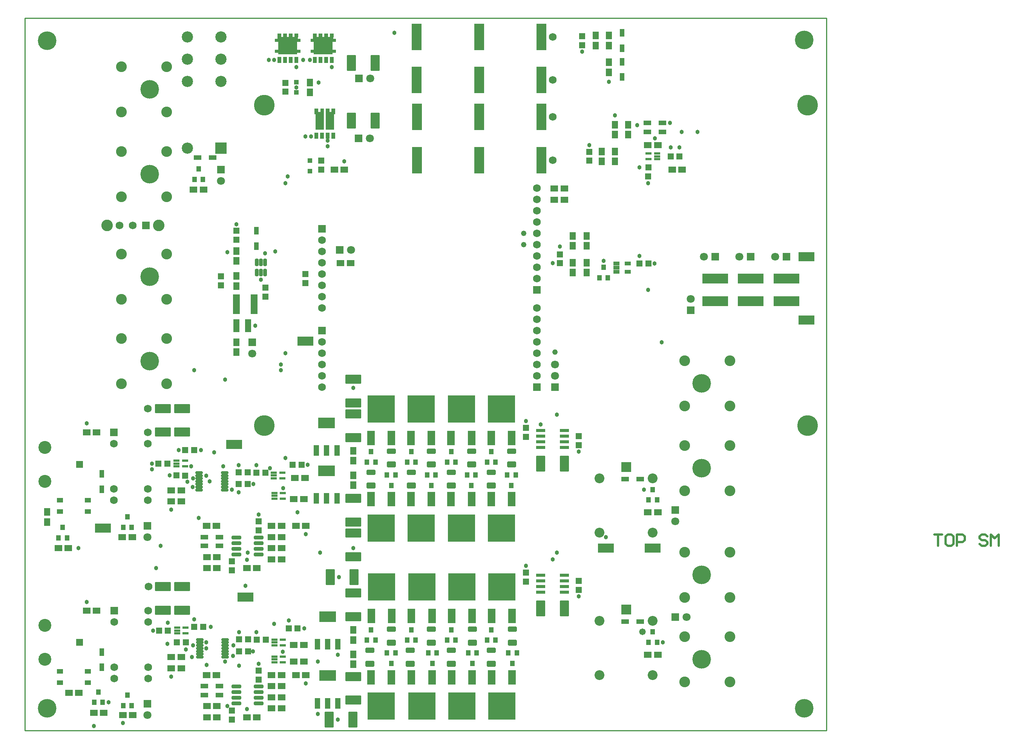
<source format=gts>
G04*
G04 #@! TF.GenerationSoftware,Altium Limited,CircuitStudio,1.5.1 (13)*
G04*
G04 Layer_Color=20142*
%FSLAX23Y23*%
%MOIN*%
G70*
G01*
G75*
%ADD47C,0.020*%
%ADD48C,0.010*%
G04:AMPARAMS|DCode=80|XSize=83mil|YSize=141mil|CornerRadius=7mil|HoleSize=0mil|Usage=FLASHONLY|Rotation=90.000|XOffset=0mil|YOffset=0mil|HoleType=Round|Shape=RoundedRectangle|*
%AMROUNDEDRECTD80*
21,1,0.083,0.127,0,0,90.0*
21,1,0.070,0.141,0,0,90.0*
1,1,0.013,0.064,0.035*
1,1,0.013,0.064,-0.035*
1,1,0.013,-0.064,-0.035*
1,1,0.013,-0.064,0.035*
%
%ADD80ROUNDEDRECTD80*%
G04:AMPARAMS|DCode=81|XSize=83mil|YSize=141mil|CornerRadius=7mil|HoleSize=0mil|Usage=FLASHONLY|Rotation=180.000|XOffset=0mil|YOffset=0mil|HoleType=Round|Shape=RoundedRectangle|*
%AMROUNDEDRECTD81*
21,1,0.083,0.127,0,0,180.0*
21,1,0.070,0.141,0,0,180.0*
1,1,0.013,-0.035,0.064*
1,1,0.013,0.035,0.064*
1,1,0.013,0.035,-0.064*
1,1,0.013,-0.035,-0.064*
%
%ADD81ROUNDEDRECTD81*%
%ADD82R,0.068X0.058*%
%ADD83R,0.058X0.068*%
%ADD84R,0.055X0.024*%
G04:AMPARAMS|DCode=85|XSize=86mil|YSize=32mil|CornerRadius=7mil|HoleSize=0mil|Usage=FLASHONLY|Rotation=0.000|XOffset=0mil|YOffset=0mil|HoleType=Round|Shape=RoundedRectangle|*
%AMROUNDEDRECTD85*
21,1,0.086,0.018,0,0,0.0*
21,1,0.072,0.032,0,0,0.0*
1,1,0.014,0.036,-0.009*
1,1,0.014,-0.036,-0.009*
1,1,0.014,-0.036,0.009*
1,1,0.014,0.036,0.009*
%
%ADD85ROUNDEDRECTD85*%
%ADD86R,0.071X0.039*%
%ADD87R,0.058X0.055*%
%ADD88R,0.055X0.058*%
%ADD89R,0.043X0.045*%
%ADD90R,0.043X0.045*%
%ADD91R,0.039X0.071*%
%ADD92R,0.071X0.126*%
%ADD93R,0.244X0.244*%
G04:AMPARAMS|DCode=94|XSize=51mil|YSize=78mil|CornerRadius=7mil|HoleSize=0mil|Usage=FLASHONLY|Rotation=90.000|XOffset=0mil|YOffset=0mil|HoleType=Round|Shape=RoundedRectangle|*
%AMROUNDEDRECTD94*
21,1,0.051,0.064,0,0,90.0*
21,1,0.037,0.078,0,0,90.0*
1,1,0.014,0.032,0.018*
1,1,0.014,0.032,-0.018*
1,1,0.014,-0.032,-0.018*
1,1,0.014,-0.032,0.018*
%
%ADD94ROUNDEDRECTD94*%
G04:AMPARAMS|DCode=95|XSize=45mil|YSize=78mil|CornerRadius=7mil|HoleSize=0mil|Usage=FLASHONLY|Rotation=90.000|XOffset=0mil|YOffset=0mil|HoleType=Round|Shape=RoundedRectangle|*
%AMROUNDEDRECTD95*
21,1,0.045,0.065,0,0,90.0*
21,1,0.032,0.078,0,0,90.0*
1,1,0.013,0.032,0.016*
1,1,0.013,0.032,-0.016*
1,1,0.013,-0.032,-0.016*
1,1,0.013,-0.032,0.016*
%
%ADD95ROUNDEDRECTD95*%
%ADD96R,0.225X0.085*%
%ADD97R,0.043X0.039*%
%ADD98R,0.032X0.058*%
G04:AMPARAMS|DCode=99|XSize=65mil|YSize=31mil|CornerRadius=7mil|HoleSize=0mil|Usage=FLASHONLY|Rotation=270.000|XOffset=0mil|YOffset=0mil|HoleType=Round|Shape=RoundedRectangle|*
%AMROUNDEDRECTD99*
21,1,0.065,0.017,0,0,270.0*
21,1,0.051,0.031,0,0,270.0*
1,1,0.014,-0.009,-0.026*
1,1,0.014,-0.009,0.026*
1,1,0.014,0.009,0.026*
1,1,0.014,0.009,-0.026*
%
%ADD99ROUNDEDRECTD99*%
%ADD100R,0.087X0.232*%
%ADD101R,0.055X0.032*%
%ADD102R,0.032X0.058*%
%ADD103R,0.032X0.036*%
%ADD104R,0.169X0.158*%
%ADD105R,0.038X0.031*%
%ADD106R,0.014X0.020*%
%ADD107R,0.144X0.081*%
%ADD108R,0.063X0.173*%
%ADD109R,0.058X0.115*%
%ADD110R,0.083X0.030*%
%ADD111R,0.055X0.040*%
G04:AMPARAMS|DCode=112|XSize=66mil|YSize=24mil|CornerRadius=6mil|HoleSize=0mil|Usage=FLASHONLY|Rotation=0.000|XOffset=0mil|YOffset=0mil|HoleType=Round|Shape=RoundedRectangle|*
%AMROUNDEDRECTD112*
21,1,0.066,0.012,0,0,0.0*
21,1,0.054,0.024,0,0,0.0*
1,1,0.012,0.027,-0.006*
1,1,0.012,-0.027,-0.006*
1,1,0.012,-0.027,0.006*
1,1,0.012,0.027,0.006*
%
%ADD112ROUNDEDRECTD112*%
%ADD113R,0.146X0.093*%
%ADD114R,0.051X0.093*%
%ADD115R,0.051X0.093*%
%ADD116C,0.087*%
%ADD117R,0.087X0.087*%
%ADD118C,0.048*%
%ADD119C,0.071*%
%ADD120R,0.071X0.071*%
%ADD121C,0.095*%
%ADD122C,0.165*%
%ADD123R,0.071X0.071*%
%ADD124C,0.068*%
%ADD125R,0.068X0.068*%
%ADD126C,0.102*%
%ADD127C,0.068*%
%ADD128R,0.068X0.068*%
%ADD129C,0.114*%
%ADD130R,0.064X0.064*%
%ADD131C,0.183*%
%ADD132C,0.099*%
%ADD133R,0.099X0.099*%
%ADD134C,0.038*%
%ADD135C,0.058*%
G36*
X4415Y7441D02*
X4416D01*
Y7283D01*
X4343D01*
Y7421D01*
X4333D01*
Y7469D01*
X4365D01*
Y7441D01*
X4384D01*
Y7469D01*
X4415D01*
Y7441D01*
D02*
G37*
G36*
X4515Y7421D02*
X4505D01*
Y7283D01*
X4432D01*
Y7441D01*
X4433D01*
Y7469D01*
X4464D01*
Y7441D01*
X4483D01*
Y7469D01*
X4515D01*
Y7421D01*
D02*
G37*
D47*
X9813Y3702D02*
X9880D01*
X9846D01*
Y3602D01*
X9963Y3702D02*
X9930D01*
X9913Y3685D01*
Y3619D01*
X9930Y3602D01*
X9963D01*
X9980Y3619D01*
Y3685D01*
X9963Y3702D01*
X10013Y3602D02*
Y3702D01*
X10063D01*
X10080Y3685D01*
Y3652D01*
X10063Y3635D01*
X10013D01*
X10280Y3685D02*
X10263Y3702D01*
X10230D01*
X10213Y3685D01*
Y3669D01*
X10230Y3652D01*
X10263D01*
X10280Y3635D01*
Y3619D01*
X10263Y3602D01*
X10230D01*
X10213Y3619D01*
X10313Y3602D02*
Y3702D01*
X10346Y3669D01*
X10380Y3702D01*
Y3602D01*
D48*
X1772Y1969D02*
X8858D01*
X1772D02*
Y8268D01*
X8858Y1969D02*
Y8268D01*
X1772D02*
X8858D01*
D80*
X4675Y5075D02*
D03*
Y4866D02*
D03*
Y3185D02*
D03*
Y2976D02*
D03*
Y3507D02*
D03*
Y3717D02*
D03*
Y4022D02*
D03*
Y3813D02*
D03*
Y2238D02*
D03*
Y2447D02*
D03*
Y4561D02*
D03*
Y4770D02*
D03*
X3160Y3033D02*
D03*
Y3243D02*
D03*
X2992D02*
D03*
Y3033D02*
D03*
Y4608D02*
D03*
Y4817D02*
D03*
X3160D02*
D03*
Y4608D02*
D03*
D81*
X4681Y3327D02*
D03*
X4472D02*
D03*
X4672Y2067D02*
D03*
X4462D02*
D03*
X6542Y4331D02*
D03*
X6332D02*
D03*
Y3051D02*
D03*
X6542D02*
D03*
X4659Y7362D02*
D03*
X4869D02*
D03*
Y7874D02*
D03*
X4659D02*
D03*
D82*
X4237Y4016D02*
D03*
X4149D02*
D03*
X4247Y4203D02*
D03*
X4159D02*
D03*
X4256Y2461D02*
D03*
X4169D02*
D03*
X4237Y2579D02*
D03*
X4149D02*
D03*
X4237Y2726D02*
D03*
X4149D02*
D03*
X4040Y2461D02*
D03*
X3952D02*
D03*
X3377D02*
D03*
X3465D02*
D03*
X3381Y2087D02*
D03*
X3469D02*
D03*
X3736D02*
D03*
X3823D02*
D03*
X4040Y2264D02*
D03*
X3952D02*
D03*
X3469Y2185D02*
D03*
X3381D02*
D03*
X4040Y2362D02*
D03*
X3952D02*
D03*
X4040Y2165D02*
D03*
X3952D02*
D03*
X4256Y3780D02*
D03*
X4169D02*
D03*
X4040D02*
D03*
X3952D02*
D03*
X3154Y2520D02*
D03*
X3066D02*
D03*
X4040Y3681D02*
D03*
X3952D02*
D03*
X4040Y3484D02*
D03*
X3952D02*
D03*
X4040Y3583D02*
D03*
X3952D02*
D03*
X3736Y3406D02*
D03*
X3823D02*
D03*
X3377Y3780D02*
D03*
X3465D02*
D03*
X3381Y3406D02*
D03*
X3469D02*
D03*
Y3504D02*
D03*
X3381D02*
D03*
X2638Y2106D02*
D03*
X2725D02*
D03*
X7367Y2638D02*
D03*
X7279D02*
D03*
Y3898D02*
D03*
X7367D02*
D03*
X7583Y6929D02*
D03*
X7496D02*
D03*
X7367Y7146D02*
D03*
X7279D02*
D03*
X4595Y6929D02*
D03*
X4508D02*
D03*
X4563Y6102D02*
D03*
X4650D02*
D03*
X3154Y2618D02*
D03*
X3066D02*
D03*
Y4094D02*
D03*
X3154D02*
D03*
X2318Y4606D02*
D03*
X2406D02*
D03*
X6540Y6663D02*
D03*
X6452D02*
D03*
Y6762D02*
D03*
X6540D02*
D03*
X3351Y6752D02*
D03*
X3263D02*
D03*
X2721Y3681D02*
D03*
X2633D02*
D03*
X2067Y3583D02*
D03*
X2154D02*
D03*
X2382Y2126D02*
D03*
X2469D02*
D03*
X2161Y2303D02*
D03*
X2249D02*
D03*
X3066Y3996D02*
D03*
X3154D02*
D03*
X2406Y3031D02*
D03*
X2318D02*
D03*
D83*
X4675Y2859D02*
D03*
Y2771D02*
D03*
Y4227D02*
D03*
Y4139D02*
D03*
Y4356D02*
D03*
Y4443D02*
D03*
X6737Y6019D02*
D03*
Y6107D02*
D03*
X6614Y6019D02*
D03*
Y6107D02*
D03*
X6737Y6255D02*
D03*
Y6343D02*
D03*
X6614D02*
D03*
Y6255D02*
D03*
X7106Y7327D02*
D03*
Y7240D02*
D03*
X6988D02*
D03*
Y7327D02*
D03*
Y7091D02*
D03*
Y7003D02*
D03*
X6870D02*
D03*
Y7091D02*
D03*
X6935Y7791D02*
D03*
Y7878D02*
D03*
Y8115D02*
D03*
Y8027D02*
D03*
X6817D02*
D03*
Y8115D02*
D03*
X3640Y6122D02*
D03*
Y6210D02*
D03*
Y5989D02*
D03*
Y5901D02*
D03*
X3642Y5316D02*
D03*
Y5404D02*
D03*
X4675Y2555D02*
D03*
Y2642D02*
D03*
X4291Y7614D02*
D03*
Y7701D02*
D03*
X1969Y3902D02*
D03*
Y3814D02*
D03*
D84*
X4053Y4071D02*
D03*
Y4020D02*
D03*
X3978D02*
D03*
Y4045D02*
D03*
Y4071D02*
D03*
X4053Y2624D02*
D03*
Y2573D02*
D03*
X3978D02*
D03*
Y2598D02*
D03*
Y2624D02*
D03*
X7360Y7022D02*
D03*
Y7047D02*
D03*
Y7073D02*
D03*
X7285D02*
D03*
Y7022D02*
D03*
X4052Y2774D02*
D03*
Y2723D02*
D03*
X3978D02*
D03*
Y2748D02*
D03*
Y2774D02*
D03*
X3117Y2880D02*
D03*
Y2854D02*
D03*
Y2829D02*
D03*
X3191D02*
D03*
Y2880D02*
D03*
X3973Y4250D02*
D03*
Y4225D02*
D03*
Y4199D02*
D03*
X4048D02*
D03*
Y4250D02*
D03*
X3187Y4356D02*
D03*
Y4305D02*
D03*
X3112D02*
D03*
Y4331D02*
D03*
Y4356D02*
D03*
D85*
X3837Y2358D02*
D03*
Y2308D02*
D03*
Y2258D02*
D03*
Y2208D02*
D03*
X3643D02*
D03*
Y2258D02*
D03*
Y2308D02*
D03*
Y2358D02*
D03*
X3837Y3677D02*
D03*
Y3627D02*
D03*
Y3577D02*
D03*
Y3527D02*
D03*
X3643D02*
D03*
Y3577D02*
D03*
Y3627D02*
D03*
Y3677D02*
D03*
D86*
X3492Y2362D02*
D03*
X3358D02*
D03*
X3492Y2283D02*
D03*
X3358D02*
D03*
X3492Y3602D02*
D03*
X3358D02*
D03*
X3492Y3681D02*
D03*
X3358D02*
D03*
X7409Y7264D02*
D03*
X7276D02*
D03*
Y7343D02*
D03*
X7409D02*
D03*
X7213Y2933D02*
D03*
X7079D02*
D03*
X7213Y4193D02*
D03*
X7079D02*
D03*
X3433Y7037D02*
D03*
X3299D02*
D03*
D87*
X3602Y2067D02*
D03*
X3602Y2146D02*
D03*
X3839Y2500D02*
D03*
X3838Y2421D02*
D03*
X3839Y3819D02*
D03*
X3838Y3740D02*
D03*
X3602Y3386D02*
D03*
X3602Y3465D02*
D03*
X6668Y4572D02*
D03*
X6668Y4493D02*
D03*
X6501Y6181D02*
D03*
X6501Y6102D02*
D03*
X6762Y7087D02*
D03*
X6762Y7008D02*
D03*
X6698Y8111D02*
D03*
X6697Y8031D02*
D03*
X4390Y7008D02*
D03*
X4390Y6929D02*
D03*
X4075Y7618D02*
D03*
X4075Y7697D02*
D03*
X4252Y5926D02*
D03*
X4252Y6006D02*
D03*
X3504Y5985D02*
D03*
X3504Y5905D02*
D03*
X3898Y5886D02*
D03*
X3898Y5807D02*
D03*
X3642Y6388D02*
D03*
X3642Y6308D02*
D03*
X6201Y4646D02*
D03*
X6201Y4567D02*
D03*
X6201Y3287D02*
D03*
X6201Y3366D02*
D03*
X6668Y3213D02*
D03*
X6668Y3293D02*
D03*
X7283Y6870D02*
D03*
X7284Y6949D02*
D03*
D88*
X3267Y2885D02*
D03*
X3347Y2885D02*
D03*
X4217Y4321D02*
D03*
X4138Y4321D02*
D03*
X7204Y6100D02*
D03*
X7284Y6100D02*
D03*
X7480Y7047D02*
D03*
X7559Y7047D02*
D03*
X4104Y2874D02*
D03*
X4183Y2874D02*
D03*
X3902Y2774D02*
D03*
X3823Y2774D02*
D03*
X3745Y2775D02*
D03*
X3666Y2776D02*
D03*
X3745Y2671D02*
D03*
X3666Y2671D02*
D03*
X3194Y2748D02*
D03*
X3114Y2748D02*
D03*
X3036Y2854D02*
D03*
X2957Y2854D02*
D03*
X3819Y4250D02*
D03*
X3898Y4250D02*
D03*
X3661Y4252D02*
D03*
X3740Y4252D02*
D03*
X3268Y4449D02*
D03*
X3189Y4449D02*
D03*
X2952Y4331D02*
D03*
X3032Y4331D02*
D03*
X3110Y4225D02*
D03*
X3189Y4224D02*
D03*
X3661Y4148D02*
D03*
X3740Y4148D02*
D03*
D89*
X2677Y2283D02*
D03*
X2640Y2191D02*
D03*
X4833Y4436D02*
D03*
X4795Y4344D02*
D03*
X5010Y4137D02*
D03*
X5047Y4229D02*
D03*
X5187Y4436D02*
D03*
X5150Y4344D02*
D03*
X5364Y4137D02*
D03*
X5402Y4229D02*
D03*
X5541Y4436D02*
D03*
X5504Y4344D02*
D03*
X5719Y4137D02*
D03*
X5756Y4229D02*
D03*
X5896Y4436D02*
D03*
X5858Y4344D02*
D03*
X6073Y4137D02*
D03*
X6110Y4229D02*
D03*
X4833Y2861D02*
D03*
X4795Y2769D02*
D03*
X5010Y2562D02*
D03*
X5047Y2655D02*
D03*
X5728Y2562D02*
D03*
X5766Y2655D02*
D03*
X5541Y2861D02*
D03*
X5504Y2769D02*
D03*
X5896Y2861D02*
D03*
X5858Y2769D02*
D03*
X5374Y2562D02*
D03*
X5411Y2655D02*
D03*
X5187Y2861D02*
D03*
X5150Y2769D02*
D03*
X6083Y2562D02*
D03*
X6120Y2655D02*
D03*
X7323Y2842D02*
D03*
X7285Y2749D02*
D03*
X7323Y4101D02*
D03*
X7285Y4009D02*
D03*
X6851Y5973D02*
D03*
X6888Y6065D02*
D03*
X3307Y6936D02*
D03*
X3270Y6844D02*
D03*
X2677Y3858D02*
D03*
X2640Y3766D02*
D03*
X2106Y3767D02*
D03*
X2069Y3674D02*
D03*
X2421Y2310D02*
D03*
X2384Y2218D02*
D03*
D90*
X2715Y2191D02*
D03*
X4870Y4344D02*
D03*
X4972Y4229D02*
D03*
X5224Y4344D02*
D03*
X5327Y4229D02*
D03*
X5579Y4344D02*
D03*
X5681Y4229D02*
D03*
X5933Y4344D02*
D03*
X6035Y4229D02*
D03*
X4870Y2769D02*
D03*
X4972Y2655D02*
D03*
X5691D02*
D03*
X5579Y2769D02*
D03*
X5933D02*
D03*
X5337Y2655D02*
D03*
X5224Y2769D02*
D03*
X6045Y2655D02*
D03*
X7360Y2749D02*
D03*
Y4009D02*
D03*
X6926Y5973D02*
D03*
X3344Y6844D02*
D03*
X2715Y3766D02*
D03*
X2144Y3674D02*
D03*
X2459Y2218D02*
D03*
D91*
X7052Y7882D02*
D03*
Y7748D02*
D03*
X7053Y8004D02*
D03*
Y8138D02*
D03*
X3819Y6388D02*
D03*
Y6254D02*
D03*
X2451Y4238D02*
D03*
Y4104D02*
D03*
Y2663D02*
D03*
Y2530D02*
D03*
D92*
X6075Y4557D02*
D03*
X5894D02*
D03*
X5720D02*
D03*
X5539D02*
D03*
X5366D02*
D03*
X5185D02*
D03*
X5012D02*
D03*
X4831D02*
D03*
X5894Y4016D02*
D03*
X6075D02*
D03*
X5539D02*
D03*
X5720D02*
D03*
X5185D02*
D03*
X5366D02*
D03*
X5016Y2982D02*
D03*
X4835D02*
D03*
X5371D02*
D03*
X5189D02*
D03*
X5725D02*
D03*
X5544D02*
D03*
X6079D02*
D03*
X5898D02*
D03*
X4831Y4016D02*
D03*
X5012D02*
D03*
X5898Y2441D02*
D03*
X6079D02*
D03*
X5544D02*
D03*
X5725D02*
D03*
X5189D02*
D03*
X5371D02*
D03*
X4831D02*
D03*
X5012D02*
D03*
D93*
X5984Y4813D02*
D03*
X5630D02*
D03*
X5276D02*
D03*
X4921D02*
D03*
X5984Y3760D02*
D03*
X5630D02*
D03*
X5276D02*
D03*
X4926Y3238D02*
D03*
X5280D02*
D03*
X5634D02*
D03*
X5989D02*
D03*
X4921Y3760D02*
D03*
X5989Y2185D02*
D03*
X5634D02*
D03*
X5280D02*
D03*
X4921D02*
D03*
D94*
X5010Y4322D02*
D03*
X5187Y4135D02*
D03*
X5364Y4322D02*
D03*
X5720D02*
D03*
X5541Y4135D02*
D03*
X5896D02*
D03*
X6075Y4322D02*
D03*
X5541Y2560D02*
D03*
X5728Y2747D02*
D03*
X5010D02*
D03*
X4823Y2560D02*
D03*
X5364Y2747D02*
D03*
X5177Y2560D02*
D03*
X6083Y2747D02*
D03*
X4833Y4135D02*
D03*
X5896Y2560D02*
D03*
D95*
X5010Y4441D02*
D03*
X5187Y4254D02*
D03*
X5364Y4441D02*
D03*
X5720D02*
D03*
X5541Y4254D02*
D03*
X5896D02*
D03*
X6075Y4441D02*
D03*
X5541Y2679D02*
D03*
X5728Y2866D02*
D03*
X5010D02*
D03*
X4823Y2679D02*
D03*
X5364Y2866D02*
D03*
X5177Y2679D02*
D03*
X6083Y2866D02*
D03*
X4833Y4254D02*
D03*
X5896Y2679D02*
D03*
D96*
X8504Y5767D02*
D03*
Y5966D02*
D03*
X8189Y5767D02*
D03*
Y5966D02*
D03*
X7874Y5767D02*
D03*
Y5966D02*
D03*
D97*
X4291Y6917D02*
D03*
Y7008D02*
D03*
X4173Y7703D02*
D03*
Y7612D02*
D03*
D98*
X4499Y7230D02*
D03*
X4449D02*
D03*
X4399D02*
D03*
X4349D02*
D03*
D99*
X3896Y6018D02*
D03*
X3858D02*
D03*
X3821D02*
D03*
Y6108D02*
D03*
X3858D02*
D03*
X3896D02*
D03*
D100*
X6339Y7396D02*
D03*
Y7014D02*
D03*
X5787Y7014D02*
D03*
Y7396D02*
D03*
X5239D02*
D03*
Y7014D02*
D03*
X6339Y7722D02*
D03*
Y8104D02*
D03*
X5787Y8104D02*
D03*
Y7722D02*
D03*
X5236D02*
D03*
Y8104D02*
D03*
D101*
X7101Y6100D02*
D03*
Y6026D02*
D03*
X7002D02*
D03*
Y6063D02*
D03*
Y6100D02*
D03*
D102*
X4020Y7900D02*
D03*
X4070D02*
D03*
X4120D02*
D03*
X4170D02*
D03*
X4484D02*
D03*
X4434D02*
D03*
X4384D02*
D03*
X4334D02*
D03*
D103*
X4170Y8116D02*
D03*
X4120D02*
D03*
X4070D02*
D03*
X4020D02*
D03*
X4334D02*
D03*
X4384D02*
D03*
X4434D02*
D03*
X4484D02*
D03*
D104*
X4095Y8027D02*
D03*
X4409D02*
D03*
D105*
X4190Y8072D02*
D03*
X3999D02*
D03*
X3999Y7977D02*
D03*
X4190Y7977D02*
D03*
X4505D02*
D03*
X4314Y7977D02*
D03*
X4314Y8072D02*
D03*
X4505D02*
D03*
D106*
X4011Y8096D02*
D03*
X4178D02*
D03*
X4493D02*
D03*
X4326D02*
D03*
D107*
X6909Y3583D02*
D03*
X7323D02*
D03*
X3720Y3150D02*
D03*
X3622Y4498D02*
D03*
X8681Y6161D02*
D03*
X2461Y3760D02*
D03*
X8681Y5600D02*
D03*
X4252Y5413D02*
D03*
D108*
X3799Y5738D02*
D03*
X3642D02*
D03*
D109*
X3746Y5551D02*
D03*
X3642D02*
D03*
D110*
X6331Y4622D02*
D03*
Y4522D02*
D03*
Y4472D02*
D03*
Y4572D02*
D03*
X6543Y4622D02*
D03*
Y4572D02*
D03*
Y4472D02*
D03*
Y4522D02*
D03*
X6331Y3343D02*
D03*
Y3243D02*
D03*
Y3193D02*
D03*
Y3293D02*
D03*
X6543Y3343D02*
D03*
Y3293D02*
D03*
Y3193D02*
D03*
Y3243D02*
D03*
D111*
X2329Y2492D02*
D03*
Y2392D02*
D03*
X2081D02*
D03*
Y2492D02*
D03*
Y4007D02*
D03*
Y3907D02*
D03*
X2329D02*
D03*
Y4007D02*
D03*
D112*
X3543Y2774D02*
D03*
Y2748D02*
D03*
Y2722D02*
D03*
Y2697D02*
D03*
Y2671D02*
D03*
Y2646D02*
D03*
Y2620D02*
D03*
X3317D02*
D03*
Y2646D02*
D03*
Y2671D02*
D03*
Y2697D02*
D03*
Y2722D02*
D03*
Y2748D02*
D03*
Y2774D02*
D03*
X3538Y4250D02*
D03*
Y4224D02*
D03*
Y4199D02*
D03*
Y4173D02*
D03*
Y4148D02*
D03*
Y4122D02*
D03*
Y4096D02*
D03*
X3312D02*
D03*
Y4122D02*
D03*
Y4148D02*
D03*
Y4173D02*
D03*
Y4199D02*
D03*
Y4224D02*
D03*
Y4250D02*
D03*
D113*
X4439Y4689D02*
D03*
X4449Y2976D02*
D03*
Y2455D02*
D03*
X4439Y4266D02*
D03*
D114*
X4530Y4445D02*
D03*
X4348D02*
D03*
X4539Y2732D02*
D03*
X4358D02*
D03*
X4539Y2211D02*
D03*
X4358D02*
D03*
X4530Y4022D02*
D03*
X4348D02*
D03*
D115*
X4439Y4445D02*
D03*
X4449Y2732D02*
D03*
Y2211D02*
D03*
X4439Y4022D02*
D03*
D116*
X7323Y2941D02*
D03*
Y2461D02*
D03*
X6850D02*
D03*
Y2941D02*
D03*
Y4201D02*
D03*
Y3720D02*
D03*
X7323D02*
D03*
Y4201D02*
D03*
D117*
X7087Y3041D02*
D03*
Y4301D02*
D03*
D118*
X6181Y6366D02*
D03*
Y6266D02*
D03*
X6457Y5315D02*
D03*
D119*
X7620Y2972D02*
D03*
X7520Y3819D02*
D03*
X4823Y7205D02*
D03*
X4656Y6220D02*
D03*
X3780Y5304D02*
D03*
X2854Y3681D02*
D03*
X4824Y7736D02*
D03*
X3504Y6831D02*
D03*
X2854Y2106D02*
D03*
X6457Y5206D02*
D03*
Y5106D02*
D03*
X8404Y6161D02*
D03*
X8089D02*
D03*
X7776D02*
D03*
X7657Y5787D02*
D03*
D120*
X7520Y2972D02*
D03*
X4723Y7205D02*
D03*
X4556Y6220D02*
D03*
X4724Y7736D02*
D03*
X8504Y6161D02*
D03*
X8189D02*
D03*
X7876D02*
D03*
D121*
X8006Y2398D02*
D03*
Y2798D02*
D03*
X7606Y2398D02*
D03*
Y2798D02*
D03*
X2624Y5436D02*
D03*
Y5036D02*
D03*
X3024Y5436D02*
D03*
Y5036D02*
D03*
X3024Y5784D02*
D03*
Y6184D02*
D03*
X2624Y5784D02*
D03*
Y6184D02*
D03*
X2624Y7090D02*
D03*
Y6690D02*
D03*
X3024Y7090D02*
D03*
Y6690D02*
D03*
Y7438D02*
D03*
Y7838D02*
D03*
X2624Y7438D02*
D03*
Y7838D02*
D03*
X7606Y3546D02*
D03*
Y3146D02*
D03*
X8006Y3546D02*
D03*
Y3146D02*
D03*
X7606Y5239D02*
D03*
Y4839D02*
D03*
X8006Y5239D02*
D03*
Y4839D02*
D03*
X8006Y4091D02*
D03*
Y4491D02*
D03*
X7606Y4091D02*
D03*
Y4491D02*
D03*
D122*
X7756Y2598D02*
D03*
X2874Y5236D02*
D03*
X2874Y5984D02*
D03*
X2874Y6890D02*
D03*
Y7638D02*
D03*
X7756Y3346D02*
D03*
X1969Y2165D02*
D03*
X8661D02*
D03*
Y8075D02*
D03*
X1969Y8071D02*
D03*
X7756Y5039D02*
D03*
X7756Y4291D02*
D03*
D123*
X7520Y3919D02*
D03*
X3780Y5404D02*
D03*
X2854Y3781D02*
D03*
X3504Y6931D02*
D03*
X2854Y2206D02*
D03*
X6457Y5006D02*
D03*
X7657Y5687D02*
D03*
D124*
X2863Y3031D02*
D03*
Y2931D02*
D03*
Y2531D02*
D03*
Y2431D02*
D03*
X2563D02*
D03*
Y2531D02*
D03*
Y2931D02*
D03*
X2559Y4506D02*
D03*
Y4106D02*
D03*
Y4006D02*
D03*
X2859D02*
D03*
Y4106D02*
D03*
Y4506D02*
D03*
Y4606D02*
D03*
X4399Y5406D02*
D03*
Y5306D02*
D03*
Y5206D02*
D03*
Y5106D02*
D03*
Y5006D02*
D03*
Y6306D02*
D03*
Y6206D02*
D03*
Y6106D02*
D03*
Y6006D02*
D03*
Y5906D02*
D03*
Y5806D02*
D03*
Y5706D02*
D03*
X6299Y5106D02*
D03*
Y5206D02*
D03*
Y5306D02*
D03*
Y5406D02*
D03*
Y5506D02*
D03*
Y5606D02*
D03*
Y5706D02*
D03*
Y5966D02*
D03*
Y6066D02*
D03*
Y6166D02*
D03*
Y6266D02*
D03*
Y6366D02*
D03*
Y6466D02*
D03*
Y6566D02*
D03*
Y6666D02*
D03*
Y6766D02*
D03*
X6075Y4557D02*
D03*
X5720D02*
D03*
X5366D02*
D03*
X5012D02*
D03*
X6079Y2982D02*
D03*
X5725D02*
D03*
X5371D02*
D03*
X5016D02*
D03*
X5898Y2441D02*
D03*
X5544D02*
D03*
X5189D02*
D03*
X4831D02*
D03*
X5894Y4016D02*
D03*
X5539D02*
D03*
X5185D02*
D03*
X6339Y7014D02*
D03*
X5787Y7014D02*
D03*
X5239Y7008D02*
D03*
X4869Y7362D02*
D03*
X5787Y8104D02*
D03*
X5236Y8104D02*
D03*
X4870Y7874D02*
D03*
X2864Y3243D02*
D03*
X2859Y4817D02*
D03*
X6437Y7014D02*
D03*
X6437Y8104D02*
D03*
Y7722D02*
D03*
X6437Y7396D02*
D03*
X6542Y4331D02*
D03*
Y3051D02*
D03*
X6332Y4331D02*
D03*
Y3051D02*
D03*
X8681Y6161D02*
D03*
X8504Y5767D02*
D03*
X4831Y4016D02*
D03*
D125*
X2563Y3031D02*
D03*
X2559Y4606D02*
D03*
X4399Y5506D02*
D03*
Y6406D02*
D03*
X6299Y5006D02*
D03*
Y5866D02*
D03*
D126*
X2497Y6437D02*
D03*
X2954D02*
D03*
D127*
X2607D02*
D03*
X2725D02*
D03*
D128*
X2843D02*
D03*
D129*
X1949Y4173D02*
D03*
Y4472D02*
D03*
Y2898D02*
D03*
Y2598D02*
D03*
D130*
X2256Y4323D02*
D03*
Y2748D02*
D03*
D131*
X3887Y4666D02*
D03*
X8691D02*
D03*
X3887Y7500D02*
D03*
X8691D02*
D03*
D132*
X3209Y7711D02*
D03*
X3504D02*
D03*
X3209Y7120D02*
D03*
Y7907D02*
D03*
X3504D02*
D03*
X3209Y8104D02*
D03*
X3504D02*
D03*
D133*
Y7120D02*
D03*
D134*
X4675Y5000D02*
D03*
X3896Y6191D02*
D03*
X3986Y6206D02*
D03*
X4537Y2638D02*
D03*
Y2067D02*
D03*
X4055Y4114D02*
D03*
X4380Y3543D02*
D03*
X4449Y2455D02*
D03*
X4075Y4380D02*
D03*
X4104Y2943D02*
D03*
X4675Y3583D02*
D03*
X4053Y2665D02*
D03*
X3902Y2774D02*
D03*
X4439Y4266D02*
D03*
Y4445D02*
D03*
X4547Y3327D02*
D03*
X4272Y4321D02*
D03*
X4242Y2874D02*
D03*
X4360Y2116D02*
D03*
Y2579D02*
D03*
X3839Y2559D02*
D03*
X4169Y2461D02*
D03*
X3416Y2885D02*
D03*
X3267Y2952D02*
D03*
X3563Y2185D02*
D03*
X3740Y3543D02*
D03*
X3720Y3248D02*
D03*
X4256Y3705D02*
D03*
X3839Y3878D02*
D03*
X3307Y3849D02*
D03*
X3736Y3480D02*
D03*
Y2161D02*
D03*
X4256Y2386D02*
D03*
X3377Y2550D02*
D03*
X4180Y3898D02*
D03*
X2933Y3406D02*
D03*
X3666Y2543D02*
D03*
X3666Y2839D02*
D03*
X3248Y2618D02*
D03*
X3256Y4122D02*
D03*
X2513Y2218D02*
D03*
X2382Y2008D02*
D03*
X3374Y2748D02*
D03*
X2244Y3583D02*
D03*
X6909Y3681D02*
D03*
X7244Y4101D02*
D03*
X7475Y7343D02*
D03*
X3976Y2913D02*
D03*
X3616Y2722D02*
D03*
X7185Y7323D02*
D03*
X7343Y7205D02*
D03*
X7283Y6811D02*
D03*
X4035Y5206D02*
D03*
X4094Y6870D02*
D03*
X6888Y6122D02*
D03*
X3051Y4225D02*
D03*
X2894Y4331D02*
D03*
X2894Y4281D02*
D03*
X3858Y5955D02*
D03*
X3809Y5551D02*
D03*
X3194Y2687D02*
D03*
X3031Y2736D02*
D03*
X3207Y4169D02*
D03*
X3793Y4148D02*
D03*
X3327Y4449D02*
D03*
X3130D02*
D03*
X6762Y7146D02*
D03*
X3563Y6201D02*
D03*
X3661Y4317D02*
D03*
X7480Y7126D02*
D03*
X3937Y4291D02*
D03*
X3661Y4075D02*
D03*
X4595Y7002D02*
D03*
X7411Y2749D02*
D03*
X2318Y3106D02*
D03*
X3819Y2839D02*
D03*
X3789Y2671D02*
D03*
X3612Y2630D02*
D03*
X3258Y2722D02*
D03*
X3066Y2445D02*
D03*
X2904Y2854D02*
D03*
X3819Y4317D02*
D03*
X3602Y4101D02*
D03*
X3258Y4199D02*
D03*
X3066Y3922D02*
D03*
X2318Y4685D02*
D03*
X4369Y7701D02*
D03*
X6697Y7973D02*
D03*
X6935Y7707D02*
D03*
X7559Y7126D02*
D03*
X6988Y7411D02*
D03*
X6501Y6250D02*
D03*
X7337Y6100D02*
D03*
X3543Y5073D02*
D03*
X6439Y6102D02*
D03*
X7204Y6166D02*
D03*
X3036Y2923D02*
D03*
X3642Y6447D02*
D03*
X4173Y7835D02*
D03*
Y7657D02*
D03*
X3524Y4305D02*
D03*
X3242D02*
D03*
X4075Y5306D02*
D03*
X4035Y5157D02*
D03*
X3268D02*
D03*
X7402Y5404D02*
D03*
X3543Y2579D02*
D03*
X2638Y2037D02*
D03*
X7283Y5866D02*
D03*
X3445Y4429D02*
D03*
X2972Y3602D02*
D03*
X3405Y4173D02*
D03*
X3376Y2697D02*
D03*
X3374Y4224D02*
D03*
X4484Y7835D02*
D03*
X4075Y6811D02*
D03*
X4449Y7185D02*
D03*
X3976Y7900D02*
D03*
X3927D02*
D03*
X4291D02*
D03*
X5039Y8140D02*
D03*
X4301Y7224D02*
D03*
X4252D02*
D03*
X4449Y7136D02*
D03*
X4232Y7900D02*
D03*
X6331Y4677D02*
D03*
X6437Y3484D02*
D03*
X6668Y4435D02*
D03*
Y3155D02*
D03*
X6201Y3425D02*
D03*
X6201Y4705D02*
D03*
X6476Y4764D02*
D03*
Y3543D02*
D03*
X7579Y7264D02*
D03*
X7717D02*
D03*
X7205Y6949D02*
D03*
X4833Y4254D02*
D03*
X5010Y4322D02*
D03*
X5187Y4254D02*
D03*
X5364Y4322D02*
D03*
X5541Y4254D02*
D03*
X5720Y4322D02*
D03*
X5896Y4254D02*
D03*
X6075Y4322D02*
D03*
X4823Y2679D02*
D03*
X5010Y2747D02*
D03*
X5177Y2679D02*
D03*
X5364Y2747D02*
D03*
X5541Y2679D02*
D03*
X5728Y2747D02*
D03*
X5896Y2679D02*
D03*
X6083Y2747D02*
D03*
D135*
X7231Y2842D02*
D03*
M02*

</source>
